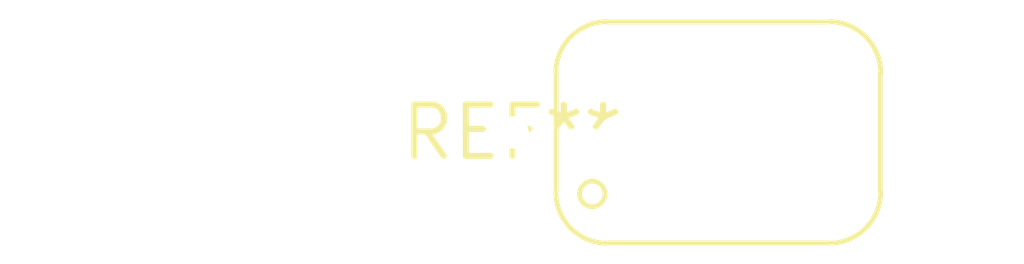
<source format=kicad_pcb>
(kicad_pcb (version 20240108) (generator pcbnew)
  (layers (0 "F.Cu" signal) (31 "B.Cu" signal) (34 "B.Paste" user) (35 "F.Paste" user) (36 "B.SilkS" user "B.Silkscreen") (37 "F.SilkS" user "F.Silkscreen") (38 "B.Mask" user) (39 "F.Mask" user) (44 "Edge.Cuts" user))
  (net 0 "")
  (footprint "Valve_Mini_Pentode_Linear" (layer "F.Cu") (at 0 0)
    (property "Reference" "REF**")
    (property "Value" "Valve_Mini_Pentode_Linear")
    (fp_line (start 1.08 1.46) (end 1.08 -1.52) (layer "F.SilkS") (stroke (width 0.12)))
    (fp_line (start 2.35 -2.73) (end 7.81 -2.73) (layer "F.SilkS") (stroke (width 0.12)))
    (fp_line (start 7.81 2.73) (end 2.35 2.73) (layer "F.SilkS") (stroke (width 0.12)))
    (fp_line (start 9.08 -1.46) (end 9.08 1.46) (layer "F.SilkS") (stroke (width 0.12)))
    (fp_arc (start 1.07 -1.47) (mid 1.441974 -2.368026) (end 2.34 -2.74) (layer "F.SilkS") (stroke (width 0.12)))
    (fp_arc (start 2.34 2.74) (mid 1.441974 2.368026) (end 1.07 1.47) (layer "F.SilkS") (stroke (width 0.12)))
    (fp_arc (start 7.82 -2.74) (mid 8.718026 -2.368026) (end 9.09 -1.47) (layer "F.SilkS") (stroke (width 0.12)))
    (fp_arc (start 9.09 1.47) (mid 8.718026 2.368026) (end 7.82 2.74) (layer "F.SilkS") (stroke (width 0.12)))
    (fp_circle (center 1.97 1.52) (end 2.22 1.71) (layer "F.SilkS") (stroke (width 0.12)) (fill none))
    (pad "1" thru_hole rect (at 0 0) (size 1.8 1.8) (drill 0.8) (layers *.Cu *.Mask) (remove_unused_layers))
    (pad "2" thru_hole circle (at 2.54 0) (size 1.8 1.8) (drill 0.8) (layers *.Cu *.Mask) (remove_unused_layers))
    (pad "3" thru_hole circle (at 5.08 0) (size 1.8 1.8) (drill 0.8) (layers *.Cu *.Mask) (remove_unused_layers))
    (pad "4" thru_hole circle (at 7.62 0) (size 1.8 1.8) (drill 0.8) (layers *.Cu *.Mask) (remove_unused_layers))
    (pad "5" thru_hole circle (at 10.16 0) (size 1.8 1.8) (drill 0.8) (layers *.Cu *.Mask) (remove_unused_layers))
  )
)
</source>
